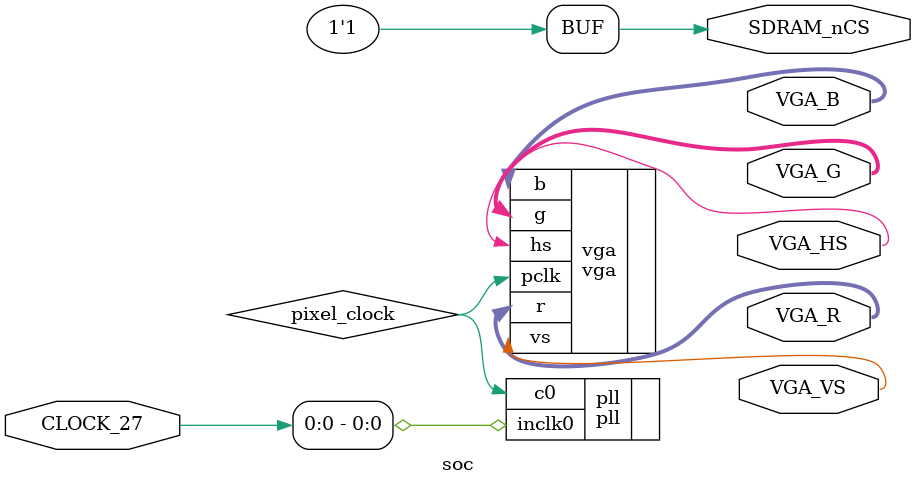
<source format=v>

module soc (
   input [1:0] CLOCK_27,
   output SDRAM_nCS,
   output VGA_HS,
   output VGA_VS,
   output [5:0] VGA_R,
   output [5:0] VGA_G,
   output [5:0] VGA_B
);

// de-activate unused SDRAM
assign SDRAM_nCS = 1;

wire pixel_clock;

vga vga (
	 .pclk  (pixel_clock),
	 .hs    (VGA_HS),
	 .vs    (VGA_VS),
	 .r     (VGA_R),
	 .g     (VGA_G),
	 .b     (VGA_B)
);
					
// A PLL to derive the VGA pixel clocl from the MiSTs 27MHz
pll pll (
	 .inclk0(CLOCK_27[0]),
	 .c0(pixel_clock)        // 25.175 MHz
);

endmodule

</source>
